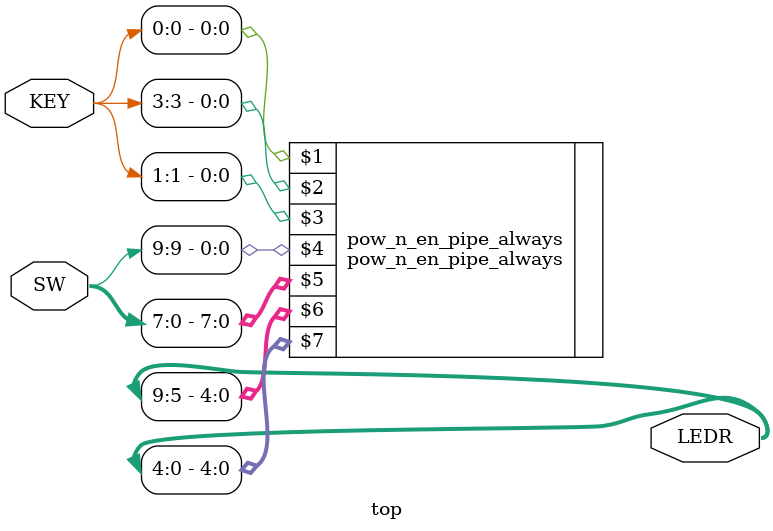
<source format=v>
module top (SW, KEY, LEDR);

	 input wire [9:0] SW;        // DE-series switches
    input wire [3:0] KEY;       // DE-series pushbuttons
   
	 output wire [9:0] LEDR;     // DE-series LEDs   

    pow_n_en_pipe_always pow_n_en_pipe_always (KEY[0], KEY[3], KEY[1], SW[9], SW[7:0], LEDR[9:5], LEDR[4:0]);

endmodule


</source>
